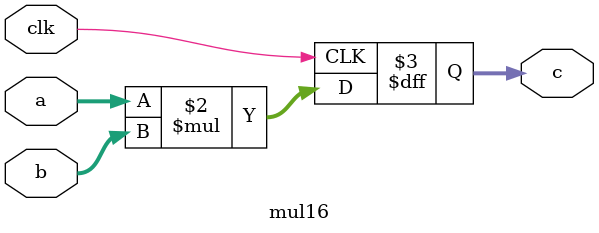
<source format=sv>
`timescale 1ns / 1ps

module mul16(
    input clk,
    input [15 : 0] a,
    input [15 : 0] b,
    output logic [31 : 0] c
);

    always @(posedge clk) begin
        c <= a * b;
    end

endmodule

</source>
